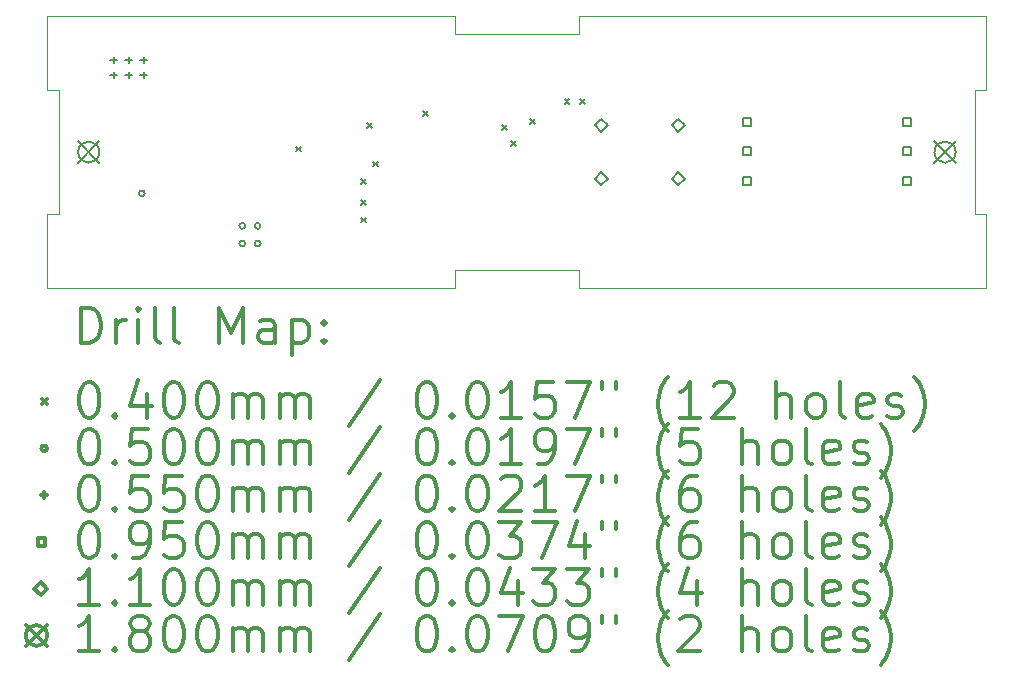
<source format=gbr>
%FSLAX45Y45*%
G04 Gerber Fmt 4.5, Leading zero omitted, Abs format (unit mm)*
G04 Created by KiCad (PCBNEW (5.1.10)-1) date 2021-10-05 02:57:30*
%MOMM*%
%LPD*%
G01*
G04 APERTURE LIST*
%TA.AperFunction,Profile*%
%ADD10C,0.050000*%
%TD*%
%ADD11C,0.200000*%
%ADD12C,0.300000*%
G04 APERTURE END LIST*
D10*
X20250000Y-7025000D02*
X20250000Y-5975000D01*
X20350000Y-7025000D02*
X20250000Y-7025000D01*
X20350000Y-7650000D02*
X20350000Y-7025000D01*
X20350000Y-5975000D02*
X20250000Y-5975000D01*
X20350000Y-5350000D02*
X20350000Y-5975000D01*
X12500000Y-7025000D02*
X12500000Y-5975000D01*
X12400000Y-7025000D02*
X12500000Y-7025000D01*
X12400000Y-7650000D02*
X12400000Y-7025000D01*
X12400000Y-5975000D02*
X12500000Y-5975000D01*
X12400000Y-5350000D02*
X12400000Y-5975000D01*
X16900000Y-7650000D02*
X20350000Y-7650000D01*
X16900000Y-7500000D02*
X16900000Y-7650000D01*
X15850000Y-7500000D02*
X16900000Y-7500000D01*
X15850000Y-7650000D02*
X15850000Y-7500000D01*
X12400000Y-7650000D02*
X15850000Y-7650000D01*
X16900000Y-5500000D02*
X16900000Y-5350000D01*
X15850000Y-5500000D02*
X16900000Y-5500000D01*
X15850000Y-5350000D02*
X15850000Y-5500000D01*
X12400000Y-5350000D02*
X15850000Y-5350000D01*
X20350000Y-5350000D02*
X16900000Y-5350000D01*
D11*
X14505000Y-6455000D02*
X14545000Y-6495000D01*
X14545000Y-6455000D02*
X14505000Y-6495000D01*
X15055000Y-6730001D02*
X15095000Y-6770001D01*
X15095000Y-6730001D02*
X15055000Y-6770001D01*
X15055000Y-6905000D02*
X15095000Y-6945000D01*
X15095000Y-6905000D02*
X15055000Y-6945000D01*
X15055000Y-7055000D02*
X15095000Y-7095000D01*
X15095000Y-7055000D02*
X15055000Y-7095000D01*
X15105000Y-6255000D02*
X15145000Y-6295000D01*
X15145000Y-6255000D02*
X15105000Y-6295000D01*
X15155000Y-6580001D02*
X15195000Y-6620001D01*
X15195000Y-6580001D02*
X15155000Y-6620001D01*
X15580000Y-6155000D02*
X15620000Y-6195000D01*
X15620000Y-6155000D02*
X15580000Y-6195000D01*
X16247500Y-6272500D02*
X16287500Y-6312500D01*
X16287500Y-6272500D02*
X16247500Y-6312500D01*
X16324999Y-6405000D02*
X16364999Y-6445000D01*
X16364999Y-6405000D02*
X16324999Y-6445000D01*
X16490000Y-6219999D02*
X16530000Y-6259999D01*
X16530000Y-6219999D02*
X16490000Y-6259999D01*
X16780000Y-6050000D02*
X16820000Y-6090000D01*
X16820000Y-6050000D02*
X16780000Y-6090000D01*
X16910000Y-6050000D02*
X16950000Y-6090000D01*
X16950000Y-6050000D02*
X16910000Y-6090000D01*
X13225000Y-6850001D02*
G75*
G03*
X13225000Y-6850001I-25000J0D01*
G01*
X14075000Y-7125000D02*
G75*
G03*
X14075000Y-7125000I-25000J0D01*
G01*
X14075000Y-7275000D02*
G75*
G03*
X14075000Y-7275000I-25000J0D01*
G01*
X14205000Y-7125000D02*
G75*
G03*
X14205000Y-7125000I-25000J0D01*
G01*
X14205000Y-7275000D02*
G75*
G03*
X14205000Y-7275000I-25000J0D01*
G01*
X12960000Y-5692500D02*
X12960000Y-5747500D01*
X12932500Y-5720000D02*
X12987500Y-5720000D01*
X12960000Y-5819500D02*
X12960000Y-5874500D01*
X12932500Y-5847000D02*
X12987500Y-5847000D01*
X13087000Y-5692500D02*
X13087000Y-5747500D01*
X13059500Y-5720000D02*
X13114500Y-5720000D01*
X13087000Y-5819500D02*
X13087000Y-5874500D01*
X13059500Y-5847000D02*
X13114500Y-5847000D01*
X13214000Y-5692500D02*
X13214000Y-5747500D01*
X13186500Y-5720000D02*
X13241500Y-5720000D01*
X13214000Y-5819500D02*
X13214000Y-5874500D01*
X13186500Y-5847000D02*
X13241500Y-5847000D01*
X18357588Y-6278588D02*
X18357588Y-6211412D01*
X18290412Y-6211412D01*
X18290412Y-6278588D01*
X18357588Y-6278588D01*
X18357588Y-6528588D02*
X18357588Y-6461412D01*
X18290412Y-6461412D01*
X18290412Y-6528588D01*
X18357588Y-6528588D01*
X18357588Y-6778588D02*
X18357588Y-6711412D01*
X18290412Y-6711412D01*
X18290412Y-6778588D01*
X18357588Y-6778588D01*
X19707588Y-6278588D02*
X19707588Y-6211412D01*
X19640412Y-6211412D01*
X19640412Y-6278588D01*
X19707588Y-6278588D01*
X19707588Y-6528588D02*
X19707588Y-6461412D01*
X19640412Y-6461412D01*
X19640412Y-6528588D01*
X19707588Y-6528588D01*
X19707588Y-6778588D02*
X19707588Y-6711412D01*
X19640412Y-6711412D01*
X19640412Y-6778588D01*
X19707588Y-6778588D01*
X17090000Y-6330000D02*
X17145000Y-6275000D01*
X17090000Y-6220000D01*
X17035000Y-6275000D01*
X17090000Y-6330000D01*
X17090000Y-6780000D02*
X17145000Y-6725000D01*
X17090000Y-6670000D01*
X17035000Y-6725000D01*
X17090000Y-6780000D01*
X17740000Y-6330000D02*
X17795000Y-6275000D01*
X17740000Y-6220000D01*
X17685000Y-6275000D01*
X17740000Y-6330000D01*
X17740000Y-6780000D02*
X17795000Y-6725000D01*
X17740000Y-6670000D01*
X17685000Y-6725000D01*
X17740000Y-6780000D01*
X12660000Y-6410000D02*
X12840000Y-6590000D01*
X12840000Y-6410000D02*
X12660000Y-6590000D01*
X12840000Y-6500000D02*
G75*
G03*
X12840000Y-6500000I-90000J0D01*
G01*
X19910000Y-6410000D02*
X20090000Y-6590000D01*
X20090000Y-6410000D02*
X19910000Y-6590000D01*
X20090000Y-6500000D02*
G75*
G03*
X20090000Y-6500000I-90000J0D01*
G01*
D12*
X12683928Y-8118214D02*
X12683928Y-7818214D01*
X12755357Y-7818214D01*
X12798214Y-7832500D01*
X12826786Y-7861071D01*
X12841071Y-7889643D01*
X12855357Y-7946786D01*
X12855357Y-7989643D01*
X12841071Y-8046786D01*
X12826786Y-8075357D01*
X12798214Y-8103929D01*
X12755357Y-8118214D01*
X12683928Y-8118214D01*
X12983928Y-8118214D02*
X12983928Y-7918214D01*
X12983928Y-7975357D02*
X12998214Y-7946786D01*
X13012500Y-7932500D01*
X13041071Y-7918214D01*
X13069643Y-7918214D01*
X13169643Y-8118214D02*
X13169643Y-7918214D01*
X13169643Y-7818214D02*
X13155357Y-7832500D01*
X13169643Y-7846786D01*
X13183928Y-7832500D01*
X13169643Y-7818214D01*
X13169643Y-7846786D01*
X13355357Y-8118214D02*
X13326786Y-8103929D01*
X13312500Y-8075357D01*
X13312500Y-7818214D01*
X13512500Y-8118214D02*
X13483928Y-8103929D01*
X13469643Y-8075357D01*
X13469643Y-7818214D01*
X13855357Y-8118214D02*
X13855357Y-7818214D01*
X13955357Y-8032500D01*
X14055357Y-7818214D01*
X14055357Y-8118214D01*
X14326786Y-8118214D02*
X14326786Y-7961071D01*
X14312500Y-7932500D01*
X14283928Y-7918214D01*
X14226786Y-7918214D01*
X14198214Y-7932500D01*
X14326786Y-8103929D02*
X14298214Y-8118214D01*
X14226786Y-8118214D01*
X14198214Y-8103929D01*
X14183928Y-8075357D01*
X14183928Y-8046786D01*
X14198214Y-8018214D01*
X14226786Y-8003929D01*
X14298214Y-8003929D01*
X14326786Y-7989643D01*
X14469643Y-7918214D02*
X14469643Y-8218214D01*
X14469643Y-7932500D02*
X14498214Y-7918214D01*
X14555357Y-7918214D01*
X14583928Y-7932500D01*
X14598214Y-7946786D01*
X14612500Y-7975357D01*
X14612500Y-8061071D01*
X14598214Y-8089643D01*
X14583928Y-8103929D01*
X14555357Y-8118214D01*
X14498214Y-8118214D01*
X14469643Y-8103929D01*
X14741071Y-8089643D02*
X14755357Y-8103929D01*
X14741071Y-8118214D01*
X14726786Y-8103929D01*
X14741071Y-8089643D01*
X14741071Y-8118214D01*
X14741071Y-7932500D02*
X14755357Y-7946786D01*
X14741071Y-7961071D01*
X14726786Y-7946786D01*
X14741071Y-7932500D01*
X14741071Y-7961071D01*
X12357500Y-8592500D02*
X12397500Y-8632500D01*
X12397500Y-8592500D02*
X12357500Y-8632500D01*
X12741071Y-8448214D02*
X12769643Y-8448214D01*
X12798214Y-8462500D01*
X12812500Y-8476786D01*
X12826786Y-8505357D01*
X12841071Y-8562500D01*
X12841071Y-8633929D01*
X12826786Y-8691072D01*
X12812500Y-8719643D01*
X12798214Y-8733929D01*
X12769643Y-8748214D01*
X12741071Y-8748214D01*
X12712500Y-8733929D01*
X12698214Y-8719643D01*
X12683928Y-8691072D01*
X12669643Y-8633929D01*
X12669643Y-8562500D01*
X12683928Y-8505357D01*
X12698214Y-8476786D01*
X12712500Y-8462500D01*
X12741071Y-8448214D01*
X12969643Y-8719643D02*
X12983928Y-8733929D01*
X12969643Y-8748214D01*
X12955357Y-8733929D01*
X12969643Y-8719643D01*
X12969643Y-8748214D01*
X13241071Y-8548214D02*
X13241071Y-8748214D01*
X13169643Y-8433929D02*
X13098214Y-8648214D01*
X13283928Y-8648214D01*
X13455357Y-8448214D02*
X13483928Y-8448214D01*
X13512500Y-8462500D01*
X13526786Y-8476786D01*
X13541071Y-8505357D01*
X13555357Y-8562500D01*
X13555357Y-8633929D01*
X13541071Y-8691072D01*
X13526786Y-8719643D01*
X13512500Y-8733929D01*
X13483928Y-8748214D01*
X13455357Y-8748214D01*
X13426786Y-8733929D01*
X13412500Y-8719643D01*
X13398214Y-8691072D01*
X13383928Y-8633929D01*
X13383928Y-8562500D01*
X13398214Y-8505357D01*
X13412500Y-8476786D01*
X13426786Y-8462500D01*
X13455357Y-8448214D01*
X13741071Y-8448214D02*
X13769643Y-8448214D01*
X13798214Y-8462500D01*
X13812500Y-8476786D01*
X13826786Y-8505357D01*
X13841071Y-8562500D01*
X13841071Y-8633929D01*
X13826786Y-8691072D01*
X13812500Y-8719643D01*
X13798214Y-8733929D01*
X13769643Y-8748214D01*
X13741071Y-8748214D01*
X13712500Y-8733929D01*
X13698214Y-8719643D01*
X13683928Y-8691072D01*
X13669643Y-8633929D01*
X13669643Y-8562500D01*
X13683928Y-8505357D01*
X13698214Y-8476786D01*
X13712500Y-8462500D01*
X13741071Y-8448214D01*
X13969643Y-8748214D02*
X13969643Y-8548214D01*
X13969643Y-8576786D02*
X13983928Y-8562500D01*
X14012500Y-8548214D01*
X14055357Y-8548214D01*
X14083928Y-8562500D01*
X14098214Y-8591072D01*
X14098214Y-8748214D01*
X14098214Y-8591072D02*
X14112500Y-8562500D01*
X14141071Y-8548214D01*
X14183928Y-8548214D01*
X14212500Y-8562500D01*
X14226786Y-8591072D01*
X14226786Y-8748214D01*
X14369643Y-8748214D02*
X14369643Y-8548214D01*
X14369643Y-8576786D02*
X14383928Y-8562500D01*
X14412500Y-8548214D01*
X14455357Y-8548214D01*
X14483928Y-8562500D01*
X14498214Y-8591072D01*
X14498214Y-8748214D01*
X14498214Y-8591072D02*
X14512500Y-8562500D01*
X14541071Y-8548214D01*
X14583928Y-8548214D01*
X14612500Y-8562500D01*
X14626786Y-8591072D01*
X14626786Y-8748214D01*
X15212500Y-8433929D02*
X14955357Y-8819643D01*
X15598214Y-8448214D02*
X15626786Y-8448214D01*
X15655357Y-8462500D01*
X15669643Y-8476786D01*
X15683928Y-8505357D01*
X15698214Y-8562500D01*
X15698214Y-8633929D01*
X15683928Y-8691072D01*
X15669643Y-8719643D01*
X15655357Y-8733929D01*
X15626786Y-8748214D01*
X15598214Y-8748214D01*
X15569643Y-8733929D01*
X15555357Y-8719643D01*
X15541071Y-8691072D01*
X15526786Y-8633929D01*
X15526786Y-8562500D01*
X15541071Y-8505357D01*
X15555357Y-8476786D01*
X15569643Y-8462500D01*
X15598214Y-8448214D01*
X15826786Y-8719643D02*
X15841071Y-8733929D01*
X15826786Y-8748214D01*
X15812500Y-8733929D01*
X15826786Y-8719643D01*
X15826786Y-8748214D01*
X16026786Y-8448214D02*
X16055357Y-8448214D01*
X16083928Y-8462500D01*
X16098214Y-8476786D01*
X16112500Y-8505357D01*
X16126786Y-8562500D01*
X16126786Y-8633929D01*
X16112500Y-8691072D01*
X16098214Y-8719643D01*
X16083928Y-8733929D01*
X16055357Y-8748214D01*
X16026786Y-8748214D01*
X15998214Y-8733929D01*
X15983928Y-8719643D01*
X15969643Y-8691072D01*
X15955357Y-8633929D01*
X15955357Y-8562500D01*
X15969643Y-8505357D01*
X15983928Y-8476786D01*
X15998214Y-8462500D01*
X16026786Y-8448214D01*
X16412500Y-8748214D02*
X16241071Y-8748214D01*
X16326786Y-8748214D02*
X16326786Y-8448214D01*
X16298214Y-8491072D01*
X16269643Y-8519643D01*
X16241071Y-8533929D01*
X16683928Y-8448214D02*
X16541071Y-8448214D01*
X16526786Y-8591072D01*
X16541071Y-8576786D01*
X16569643Y-8562500D01*
X16641071Y-8562500D01*
X16669643Y-8576786D01*
X16683928Y-8591072D01*
X16698214Y-8619643D01*
X16698214Y-8691072D01*
X16683928Y-8719643D01*
X16669643Y-8733929D01*
X16641071Y-8748214D01*
X16569643Y-8748214D01*
X16541071Y-8733929D01*
X16526786Y-8719643D01*
X16798214Y-8448214D02*
X16998214Y-8448214D01*
X16869643Y-8748214D01*
X17098214Y-8448214D02*
X17098214Y-8505357D01*
X17212500Y-8448214D02*
X17212500Y-8505357D01*
X17655357Y-8862500D02*
X17641071Y-8848214D01*
X17612500Y-8805357D01*
X17598214Y-8776786D01*
X17583928Y-8733929D01*
X17569643Y-8662500D01*
X17569643Y-8605357D01*
X17583928Y-8533929D01*
X17598214Y-8491072D01*
X17612500Y-8462500D01*
X17641071Y-8419643D01*
X17655357Y-8405357D01*
X17926786Y-8748214D02*
X17755357Y-8748214D01*
X17841071Y-8748214D02*
X17841071Y-8448214D01*
X17812500Y-8491072D01*
X17783928Y-8519643D01*
X17755357Y-8533929D01*
X18041071Y-8476786D02*
X18055357Y-8462500D01*
X18083928Y-8448214D01*
X18155357Y-8448214D01*
X18183928Y-8462500D01*
X18198214Y-8476786D01*
X18212500Y-8505357D01*
X18212500Y-8533929D01*
X18198214Y-8576786D01*
X18026786Y-8748214D01*
X18212500Y-8748214D01*
X18569643Y-8748214D02*
X18569643Y-8448214D01*
X18698214Y-8748214D02*
X18698214Y-8591072D01*
X18683928Y-8562500D01*
X18655357Y-8548214D01*
X18612500Y-8548214D01*
X18583928Y-8562500D01*
X18569643Y-8576786D01*
X18883928Y-8748214D02*
X18855357Y-8733929D01*
X18841071Y-8719643D01*
X18826786Y-8691072D01*
X18826786Y-8605357D01*
X18841071Y-8576786D01*
X18855357Y-8562500D01*
X18883928Y-8548214D01*
X18926786Y-8548214D01*
X18955357Y-8562500D01*
X18969643Y-8576786D01*
X18983928Y-8605357D01*
X18983928Y-8691072D01*
X18969643Y-8719643D01*
X18955357Y-8733929D01*
X18926786Y-8748214D01*
X18883928Y-8748214D01*
X19155357Y-8748214D02*
X19126786Y-8733929D01*
X19112500Y-8705357D01*
X19112500Y-8448214D01*
X19383928Y-8733929D02*
X19355357Y-8748214D01*
X19298214Y-8748214D01*
X19269643Y-8733929D01*
X19255357Y-8705357D01*
X19255357Y-8591072D01*
X19269643Y-8562500D01*
X19298214Y-8548214D01*
X19355357Y-8548214D01*
X19383928Y-8562500D01*
X19398214Y-8591072D01*
X19398214Y-8619643D01*
X19255357Y-8648214D01*
X19512500Y-8733929D02*
X19541071Y-8748214D01*
X19598214Y-8748214D01*
X19626786Y-8733929D01*
X19641071Y-8705357D01*
X19641071Y-8691072D01*
X19626786Y-8662500D01*
X19598214Y-8648214D01*
X19555357Y-8648214D01*
X19526786Y-8633929D01*
X19512500Y-8605357D01*
X19512500Y-8591072D01*
X19526786Y-8562500D01*
X19555357Y-8548214D01*
X19598214Y-8548214D01*
X19626786Y-8562500D01*
X19741071Y-8862500D02*
X19755357Y-8848214D01*
X19783928Y-8805357D01*
X19798214Y-8776786D01*
X19812500Y-8733929D01*
X19826786Y-8662500D01*
X19826786Y-8605357D01*
X19812500Y-8533929D01*
X19798214Y-8491072D01*
X19783928Y-8462500D01*
X19755357Y-8419643D01*
X19741071Y-8405357D01*
X12397500Y-9008500D02*
G75*
G03*
X12397500Y-9008500I-25000J0D01*
G01*
X12741071Y-8844214D02*
X12769643Y-8844214D01*
X12798214Y-8858500D01*
X12812500Y-8872786D01*
X12826786Y-8901357D01*
X12841071Y-8958500D01*
X12841071Y-9029929D01*
X12826786Y-9087072D01*
X12812500Y-9115643D01*
X12798214Y-9129929D01*
X12769643Y-9144214D01*
X12741071Y-9144214D01*
X12712500Y-9129929D01*
X12698214Y-9115643D01*
X12683928Y-9087072D01*
X12669643Y-9029929D01*
X12669643Y-8958500D01*
X12683928Y-8901357D01*
X12698214Y-8872786D01*
X12712500Y-8858500D01*
X12741071Y-8844214D01*
X12969643Y-9115643D02*
X12983928Y-9129929D01*
X12969643Y-9144214D01*
X12955357Y-9129929D01*
X12969643Y-9115643D01*
X12969643Y-9144214D01*
X13255357Y-8844214D02*
X13112500Y-8844214D01*
X13098214Y-8987072D01*
X13112500Y-8972786D01*
X13141071Y-8958500D01*
X13212500Y-8958500D01*
X13241071Y-8972786D01*
X13255357Y-8987072D01*
X13269643Y-9015643D01*
X13269643Y-9087072D01*
X13255357Y-9115643D01*
X13241071Y-9129929D01*
X13212500Y-9144214D01*
X13141071Y-9144214D01*
X13112500Y-9129929D01*
X13098214Y-9115643D01*
X13455357Y-8844214D02*
X13483928Y-8844214D01*
X13512500Y-8858500D01*
X13526786Y-8872786D01*
X13541071Y-8901357D01*
X13555357Y-8958500D01*
X13555357Y-9029929D01*
X13541071Y-9087072D01*
X13526786Y-9115643D01*
X13512500Y-9129929D01*
X13483928Y-9144214D01*
X13455357Y-9144214D01*
X13426786Y-9129929D01*
X13412500Y-9115643D01*
X13398214Y-9087072D01*
X13383928Y-9029929D01*
X13383928Y-8958500D01*
X13398214Y-8901357D01*
X13412500Y-8872786D01*
X13426786Y-8858500D01*
X13455357Y-8844214D01*
X13741071Y-8844214D02*
X13769643Y-8844214D01*
X13798214Y-8858500D01*
X13812500Y-8872786D01*
X13826786Y-8901357D01*
X13841071Y-8958500D01*
X13841071Y-9029929D01*
X13826786Y-9087072D01*
X13812500Y-9115643D01*
X13798214Y-9129929D01*
X13769643Y-9144214D01*
X13741071Y-9144214D01*
X13712500Y-9129929D01*
X13698214Y-9115643D01*
X13683928Y-9087072D01*
X13669643Y-9029929D01*
X13669643Y-8958500D01*
X13683928Y-8901357D01*
X13698214Y-8872786D01*
X13712500Y-8858500D01*
X13741071Y-8844214D01*
X13969643Y-9144214D02*
X13969643Y-8944214D01*
X13969643Y-8972786D02*
X13983928Y-8958500D01*
X14012500Y-8944214D01*
X14055357Y-8944214D01*
X14083928Y-8958500D01*
X14098214Y-8987072D01*
X14098214Y-9144214D01*
X14098214Y-8987072D02*
X14112500Y-8958500D01*
X14141071Y-8944214D01*
X14183928Y-8944214D01*
X14212500Y-8958500D01*
X14226786Y-8987072D01*
X14226786Y-9144214D01*
X14369643Y-9144214D02*
X14369643Y-8944214D01*
X14369643Y-8972786D02*
X14383928Y-8958500D01*
X14412500Y-8944214D01*
X14455357Y-8944214D01*
X14483928Y-8958500D01*
X14498214Y-8987072D01*
X14498214Y-9144214D01*
X14498214Y-8987072D02*
X14512500Y-8958500D01*
X14541071Y-8944214D01*
X14583928Y-8944214D01*
X14612500Y-8958500D01*
X14626786Y-8987072D01*
X14626786Y-9144214D01*
X15212500Y-8829929D02*
X14955357Y-9215643D01*
X15598214Y-8844214D02*
X15626786Y-8844214D01*
X15655357Y-8858500D01*
X15669643Y-8872786D01*
X15683928Y-8901357D01*
X15698214Y-8958500D01*
X15698214Y-9029929D01*
X15683928Y-9087072D01*
X15669643Y-9115643D01*
X15655357Y-9129929D01*
X15626786Y-9144214D01*
X15598214Y-9144214D01*
X15569643Y-9129929D01*
X15555357Y-9115643D01*
X15541071Y-9087072D01*
X15526786Y-9029929D01*
X15526786Y-8958500D01*
X15541071Y-8901357D01*
X15555357Y-8872786D01*
X15569643Y-8858500D01*
X15598214Y-8844214D01*
X15826786Y-9115643D02*
X15841071Y-9129929D01*
X15826786Y-9144214D01*
X15812500Y-9129929D01*
X15826786Y-9115643D01*
X15826786Y-9144214D01*
X16026786Y-8844214D02*
X16055357Y-8844214D01*
X16083928Y-8858500D01*
X16098214Y-8872786D01*
X16112500Y-8901357D01*
X16126786Y-8958500D01*
X16126786Y-9029929D01*
X16112500Y-9087072D01*
X16098214Y-9115643D01*
X16083928Y-9129929D01*
X16055357Y-9144214D01*
X16026786Y-9144214D01*
X15998214Y-9129929D01*
X15983928Y-9115643D01*
X15969643Y-9087072D01*
X15955357Y-9029929D01*
X15955357Y-8958500D01*
X15969643Y-8901357D01*
X15983928Y-8872786D01*
X15998214Y-8858500D01*
X16026786Y-8844214D01*
X16412500Y-9144214D02*
X16241071Y-9144214D01*
X16326786Y-9144214D02*
X16326786Y-8844214D01*
X16298214Y-8887072D01*
X16269643Y-8915643D01*
X16241071Y-8929929D01*
X16555357Y-9144214D02*
X16612500Y-9144214D01*
X16641071Y-9129929D01*
X16655357Y-9115643D01*
X16683928Y-9072786D01*
X16698214Y-9015643D01*
X16698214Y-8901357D01*
X16683928Y-8872786D01*
X16669643Y-8858500D01*
X16641071Y-8844214D01*
X16583928Y-8844214D01*
X16555357Y-8858500D01*
X16541071Y-8872786D01*
X16526786Y-8901357D01*
X16526786Y-8972786D01*
X16541071Y-9001357D01*
X16555357Y-9015643D01*
X16583928Y-9029929D01*
X16641071Y-9029929D01*
X16669643Y-9015643D01*
X16683928Y-9001357D01*
X16698214Y-8972786D01*
X16798214Y-8844214D02*
X16998214Y-8844214D01*
X16869643Y-9144214D01*
X17098214Y-8844214D02*
X17098214Y-8901357D01*
X17212500Y-8844214D02*
X17212500Y-8901357D01*
X17655357Y-9258500D02*
X17641071Y-9244214D01*
X17612500Y-9201357D01*
X17598214Y-9172786D01*
X17583928Y-9129929D01*
X17569643Y-9058500D01*
X17569643Y-9001357D01*
X17583928Y-8929929D01*
X17598214Y-8887072D01*
X17612500Y-8858500D01*
X17641071Y-8815643D01*
X17655357Y-8801357D01*
X17912500Y-8844214D02*
X17769643Y-8844214D01*
X17755357Y-8987072D01*
X17769643Y-8972786D01*
X17798214Y-8958500D01*
X17869643Y-8958500D01*
X17898214Y-8972786D01*
X17912500Y-8987072D01*
X17926786Y-9015643D01*
X17926786Y-9087072D01*
X17912500Y-9115643D01*
X17898214Y-9129929D01*
X17869643Y-9144214D01*
X17798214Y-9144214D01*
X17769643Y-9129929D01*
X17755357Y-9115643D01*
X18283928Y-9144214D02*
X18283928Y-8844214D01*
X18412500Y-9144214D02*
X18412500Y-8987072D01*
X18398214Y-8958500D01*
X18369643Y-8944214D01*
X18326786Y-8944214D01*
X18298214Y-8958500D01*
X18283928Y-8972786D01*
X18598214Y-9144214D02*
X18569643Y-9129929D01*
X18555357Y-9115643D01*
X18541071Y-9087072D01*
X18541071Y-9001357D01*
X18555357Y-8972786D01*
X18569643Y-8958500D01*
X18598214Y-8944214D01*
X18641071Y-8944214D01*
X18669643Y-8958500D01*
X18683928Y-8972786D01*
X18698214Y-9001357D01*
X18698214Y-9087072D01*
X18683928Y-9115643D01*
X18669643Y-9129929D01*
X18641071Y-9144214D01*
X18598214Y-9144214D01*
X18869643Y-9144214D02*
X18841071Y-9129929D01*
X18826786Y-9101357D01*
X18826786Y-8844214D01*
X19098214Y-9129929D02*
X19069643Y-9144214D01*
X19012500Y-9144214D01*
X18983928Y-9129929D01*
X18969643Y-9101357D01*
X18969643Y-8987072D01*
X18983928Y-8958500D01*
X19012500Y-8944214D01*
X19069643Y-8944214D01*
X19098214Y-8958500D01*
X19112500Y-8987072D01*
X19112500Y-9015643D01*
X18969643Y-9044214D01*
X19226786Y-9129929D02*
X19255357Y-9144214D01*
X19312500Y-9144214D01*
X19341071Y-9129929D01*
X19355357Y-9101357D01*
X19355357Y-9087072D01*
X19341071Y-9058500D01*
X19312500Y-9044214D01*
X19269643Y-9044214D01*
X19241071Y-9029929D01*
X19226786Y-9001357D01*
X19226786Y-8987072D01*
X19241071Y-8958500D01*
X19269643Y-8944214D01*
X19312500Y-8944214D01*
X19341071Y-8958500D01*
X19455357Y-9258500D02*
X19469643Y-9244214D01*
X19498214Y-9201357D01*
X19512500Y-9172786D01*
X19526786Y-9129929D01*
X19541071Y-9058500D01*
X19541071Y-9001357D01*
X19526786Y-8929929D01*
X19512500Y-8887072D01*
X19498214Y-8858500D01*
X19469643Y-8815643D01*
X19455357Y-8801357D01*
X12370000Y-9377000D02*
X12370000Y-9432000D01*
X12342500Y-9404500D02*
X12397500Y-9404500D01*
X12741071Y-9240214D02*
X12769643Y-9240214D01*
X12798214Y-9254500D01*
X12812500Y-9268786D01*
X12826786Y-9297357D01*
X12841071Y-9354500D01*
X12841071Y-9425929D01*
X12826786Y-9483072D01*
X12812500Y-9511643D01*
X12798214Y-9525929D01*
X12769643Y-9540214D01*
X12741071Y-9540214D01*
X12712500Y-9525929D01*
X12698214Y-9511643D01*
X12683928Y-9483072D01*
X12669643Y-9425929D01*
X12669643Y-9354500D01*
X12683928Y-9297357D01*
X12698214Y-9268786D01*
X12712500Y-9254500D01*
X12741071Y-9240214D01*
X12969643Y-9511643D02*
X12983928Y-9525929D01*
X12969643Y-9540214D01*
X12955357Y-9525929D01*
X12969643Y-9511643D01*
X12969643Y-9540214D01*
X13255357Y-9240214D02*
X13112500Y-9240214D01*
X13098214Y-9383072D01*
X13112500Y-9368786D01*
X13141071Y-9354500D01*
X13212500Y-9354500D01*
X13241071Y-9368786D01*
X13255357Y-9383072D01*
X13269643Y-9411643D01*
X13269643Y-9483072D01*
X13255357Y-9511643D01*
X13241071Y-9525929D01*
X13212500Y-9540214D01*
X13141071Y-9540214D01*
X13112500Y-9525929D01*
X13098214Y-9511643D01*
X13541071Y-9240214D02*
X13398214Y-9240214D01*
X13383928Y-9383072D01*
X13398214Y-9368786D01*
X13426786Y-9354500D01*
X13498214Y-9354500D01*
X13526786Y-9368786D01*
X13541071Y-9383072D01*
X13555357Y-9411643D01*
X13555357Y-9483072D01*
X13541071Y-9511643D01*
X13526786Y-9525929D01*
X13498214Y-9540214D01*
X13426786Y-9540214D01*
X13398214Y-9525929D01*
X13383928Y-9511643D01*
X13741071Y-9240214D02*
X13769643Y-9240214D01*
X13798214Y-9254500D01*
X13812500Y-9268786D01*
X13826786Y-9297357D01*
X13841071Y-9354500D01*
X13841071Y-9425929D01*
X13826786Y-9483072D01*
X13812500Y-9511643D01*
X13798214Y-9525929D01*
X13769643Y-9540214D01*
X13741071Y-9540214D01*
X13712500Y-9525929D01*
X13698214Y-9511643D01*
X13683928Y-9483072D01*
X13669643Y-9425929D01*
X13669643Y-9354500D01*
X13683928Y-9297357D01*
X13698214Y-9268786D01*
X13712500Y-9254500D01*
X13741071Y-9240214D01*
X13969643Y-9540214D02*
X13969643Y-9340214D01*
X13969643Y-9368786D02*
X13983928Y-9354500D01*
X14012500Y-9340214D01*
X14055357Y-9340214D01*
X14083928Y-9354500D01*
X14098214Y-9383072D01*
X14098214Y-9540214D01*
X14098214Y-9383072D02*
X14112500Y-9354500D01*
X14141071Y-9340214D01*
X14183928Y-9340214D01*
X14212500Y-9354500D01*
X14226786Y-9383072D01*
X14226786Y-9540214D01*
X14369643Y-9540214D02*
X14369643Y-9340214D01*
X14369643Y-9368786D02*
X14383928Y-9354500D01*
X14412500Y-9340214D01*
X14455357Y-9340214D01*
X14483928Y-9354500D01*
X14498214Y-9383072D01*
X14498214Y-9540214D01*
X14498214Y-9383072D02*
X14512500Y-9354500D01*
X14541071Y-9340214D01*
X14583928Y-9340214D01*
X14612500Y-9354500D01*
X14626786Y-9383072D01*
X14626786Y-9540214D01*
X15212500Y-9225929D02*
X14955357Y-9611643D01*
X15598214Y-9240214D02*
X15626786Y-9240214D01*
X15655357Y-9254500D01*
X15669643Y-9268786D01*
X15683928Y-9297357D01*
X15698214Y-9354500D01*
X15698214Y-9425929D01*
X15683928Y-9483072D01*
X15669643Y-9511643D01*
X15655357Y-9525929D01*
X15626786Y-9540214D01*
X15598214Y-9540214D01*
X15569643Y-9525929D01*
X15555357Y-9511643D01*
X15541071Y-9483072D01*
X15526786Y-9425929D01*
X15526786Y-9354500D01*
X15541071Y-9297357D01*
X15555357Y-9268786D01*
X15569643Y-9254500D01*
X15598214Y-9240214D01*
X15826786Y-9511643D02*
X15841071Y-9525929D01*
X15826786Y-9540214D01*
X15812500Y-9525929D01*
X15826786Y-9511643D01*
X15826786Y-9540214D01*
X16026786Y-9240214D02*
X16055357Y-9240214D01*
X16083928Y-9254500D01*
X16098214Y-9268786D01*
X16112500Y-9297357D01*
X16126786Y-9354500D01*
X16126786Y-9425929D01*
X16112500Y-9483072D01*
X16098214Y-9511643D01*
X16083928Y-9525929D01*
X16055357Y-9540214D01*
X16026786Y-9540214D01*
X15998214Y-9525929D01*
X15983928Y-9511643D01*
X15969643Y-9483072D01*
X15955357Y-9425929D01*
X15955357Y-9354500D01*
X15969643Y-9297357D01*
X15983928Y-9268786D01*
X15998214Y-9254500D01*
X16026786Y-9240214D01*
X16241071Y-9268786D02*
X16255357Y-9254500D01*
X16283928Y-9240214D01*
X16355357Y-9240214D01*
X16383928Y-9254500D01*
X16398214Y-9268786D01*
X16412500Y-9297357D01*
X16412500Y-9325929D01*
X16398214Y-9368786D01*
X16226786Y-9540214D01*
X16412500Y-9540214D01*
X16698214Y-9540214D02*
X16526786Y-9540214D01*
X16612500Y-9540214D02*
X16612500Y-9240214D01*
X16583928Y-9283072D01*
X16555357Y-9311643D01*
X16526786Y-9325929D01*
X16798214Y-9240214D02*
X16998214Y-9240214D01*
X16869643Y-9540214D01*
X17098214Y-9240214D02*
X17098214Y-9297357D01*
X17212500Y-9240214D02*
X17212500Y-9297357D01*
X17655357Y-9654500D02*
X17641071Y-9640214D01*
X17612500Y-9597357D01*
X17598214Y-9568786D01*
X17583928Y-9525929D01*
X17569643Y-9454500D01*
X17569643Y-9397357D01*
X17583928Y-9325929D01*
X17598214Y-9283072D01*
X17612500Y-9254500D01*
X17641071Y-9211643D01*
X17655357Y-9197357D01*
X17898214Y-9240214D02*
X17841071Y-9240214D01*
X17812500Y-9254500D01*
X17798214Y-9268786D01*
X17769643Y-9311643D01*
X17755357Y-9368786D01*
X17755357Y-9483072D01*
X17769643Y-9511643D01*
X17783928Y-9525929D01*
X17812500Y-9540214D01*
X17869643Y-9540214D01*
X17898214Y-9525929D01*
X17912500Y-9511643D01*
X17926786Y-9483072D01*
X17926786Y-9411643D01*
X17912500Y-9383072D01*
X17898214Y-9368786D01*
X17869643Y-9354500D01*
X17812500Y-9354500D01*
X17783928Y-9368786D01*
X17769643Y-9383072D01*
X17755357Y-9411643D01*
X18283928Y-9540214D02*
X18283928Y-9240214D01*
X18412500Y-9540214D02*
X18412500Y-9383072D01*
X18398214Y-9354500D01*
X18369643Y-9340214D01*
X18326786Y-9340214D01*
X18298214Y-9354500D01*
X18283928Y-9368786D01*
X18598214Y-9540214D02*
X18569643Y-9525929D01*
X18555357Y-9511643D01*
X18541071Y-9483072D01*
X18541071Y-9397357D01*
X18555357Y-9368786D01*
X18569643Y-9354500D01*
X18598214Y-9340214D01*
X18641071Y-9340214D01*
X18669643Y-9354500D01*
X18683928Y-9368786D01*
X18698214Y-9397357D01*
X18698214Y-9483072D01*
X18683928Y-9511643D01*
X18669643Y-9525929D01*
X18641071Y-9540214D01*
X18598214Y-9540214D01*
X18869643Y-9540214D02*
X18841071Y-9525929D01*
X18826786Y-9497357D01*
X18826786Y-9240214D01*
X19098214Y-9525929D02*
X19069643Y-9540214D01*
X19012500Y-9540214D01*
X18983928Y-9525929D01*
X18969643Y-9497357D01*
X18969643Y-9383072D01*
X18983928Y-9354500D01*
X19012500Y-9340214D01*
X19069643Y-9340214D01*
X19098214Y-9354500D01*
X19112500Y-9383072D01*
X19112500Y-9411643D01*
X18969643Y-9440214D01*
X19226786Y-9525929D02*
X19255357Y-9540214D01*
X19312500Y-9540214D01*
X19341071Y-9525929D01*
X19355357Y-9497357D01*
X19355357Y-9483072D01*
X19341071Y-9454500D01*
X19312500Y-9440214D01*
X19269643Y-9440214D01*
X19241071Y-9425929D01*
X19226786Y-9397357D01*
X19226786Y-9383072D01*
X19241071Y-9354500D01*
X19269643Y-9340214D01*
X19312500Y-9340214D01*
X19341071Y-9354500D01*
X19455357Y-9654500D02*
X19469643Y-9640214D01*
X19498214Y-9597357D01*
X19512500Y-9568786D01*
X19526786Y-9525929D01*
X19541071Y-9454500D01*
X19541071Y-9397357D01*
X19526786Y-9325929D01*
X19512500Y-9283072D01*
X19498214Y-9254500D01*
X19469643Y-9211643D01*
X19455357Y-9197357D01*
X12383588Y-9834088D02*
X12383588Y-9766912D01*
X12316412Y-9766912D01*
X12316412Y-9834088D01*
X12383588Y-9834088D01*
X12741071Y-9636214D02*
X12769643Y-9636214D01*
X12798214Y-9650500D01*
X12812500Y-9664786D01*
X12826786Y-9693357D01*
X12841071Y-9750500D01*
X12841071Y-9821929D01*
X12826786Y-9879072D01*
X12812500Y-9907643D01*
X12798214Y-9921929D01*
X12769643Y-9936214D01*
X12741071Y-9936214D01*
X12712500Y-9921929D01*
X12698214Y-9907643D01*
X12683928Y-9879072D01*
X12669643Y-9821929D01*
X12669643Y-9750500D01*
X12683928Y-9693357D01*
X12698214Y-9664786D01*
X12712500Y-9650500D01*
X12741071Y-9636214D01*
X12969643Y-9907643D02*
X12983928Y-9921929D01*
X12969643Y-9936214D01*
X12955357Y-9921929D01*
X12969643Y-9907643D01*
X12969643Y-9936214D01*
X13126786Y-9936214D02*
X13183928Y-9936214D01*
X13212500Y-9921929D01*
X13226786Y-9907643D01*
X13255357Y-9864786D01*
X13269643Y-9807643D01*
X13269643Y-9693357D01*
X13255357Y-9664786D01*
X13241071Y-9650500D01*
X13212500Y-9636214D01*
X13155357Y-9636214D01*
X13126786Y-9650500D01*
X13112500Y-9664786D01*
X13098214Y-9693357D01*
X13098214Y-9764786D01*
X13112500Y-9793357D01*
X13126786Y-9807643D01*
X13155357Y-9821929D01*
X13212500Y-9821929D01*
X13241071Y-9807643D01*
X13255357Y-9793357D01*
X13269643Y-9764786D01*
X13541071Y-9636214D02*
X13398214Y-9636214D01*
X13383928Y-9779072D01*
X13398214Y-9764786D01*
X13426786Y-9750500D01*
X13498214Y-9750500D01*
X13526786Y-9764786D01*
X13541071Y-9779072D01*
X13555357Y-9807643D01*
X13555357Y-9879072D01*
X13541071Y-9907643D01*
X13526786Y-9921929D01*
X13498214Y-9936214D01*
X13426786Y-9936214D01*
X13398214Y-9921929D01*
X13383928Y-9907643D01*
X13741071Y-9636214D02*
X13769643Y-9636214D01*
X13798214Y-9650500D01*
X13812500Y-9664786D01*
X13826786Y-9693357D01*
X13841071Y-9750500D01*
X13841071Y-9821929D01*
X13826786Y-9879072D01*
X13812500Y-9907643D01*
X13798214Y-9921929D01*
X13769643Y-9936214D01*
X13741071Y-9936214D01*
X13712500Y-9921929D01*
X13698214Y-9907643D01*
X13683928Y-9879072D01*
X13669643Y-9821929D01*
X13669643Y-9750500D01*
X13683928Y-9693357D01*
X13698214Y-9664786D01*
X13712500Y-9650500D01*
X13741071Y-9636214D01*
X13969643Y-9936214D02*
X13969643Y-9736214D01*
X13969643Y-9764786D02*
X13983928Y-9750500D01*
X14012500Y-9736214D01*
X14055357Y-9736214D01*
X14083928Y-9750500D01*
X14098214Y-9779072D01*
X14098214Y-9936214D01*
X14098214Y-9779072D02*
X14112500Y-9750500D01*
X14141071Y-9736214D01*
X14183928Y-9736214D01*
X14212500Y-9750500D01*
X14226786Y-9779072D01*
X14226786Y-9936214D01*
X14369643Y-9936214D02*
X14369643Y-9736214D01*
X14369643Y-9764786D02*
X14383928Y-9750500D01*
X14412500Y-9736214D01*
X14455357Y-9736214D01*
X14483928Y-9750500D01*
X14498214Y-9779072D01*
X14498214Y-9936214D01*
X14498214Y-9779072D02*
X14512500Y-9750500D01*
X14541071Y-9736214D01*
X14583928Y-9736214D01*
X14612500Y-9750500D01*
X14626786Y-9779072D01*
X14626786Y-9936214D01*
X15212500Y-9621929D02*
X14955357Y-10007643D01*
X15598214Y-9636214D02*
X15626786Y-9636214D01*
X15655357Y-9650500D01*
X15669643Y-9664786D01*
X15683928Y-9693357D01*
X15698214Y-9750500D01*
X15698214Y-9821929D01*
X15683928Y-9879072D01*
X15669643Y-9907643D01*
X15655357Y-9921929D01*
X15626786Y-9936214D01*
X15598214Y-9936214D01*
X15569643Y-9921929D01*
X15555357Y-9907643D01*
X15541071Y-9879072D01*
X15526786Y-9821929D01*
X15526786Y-9750500D01*
X15541071Y-9693357D01*
X15555357Y-9664786D01*
X15569643Y-9650500D01*
X15598214Y-9636214D01*
X15826786Y-9907643D02*
X15841071Y-9921929D01*
X15826786Y-9936214D01*
X15812500Y-9921929D01*
X15826786Y-9907643D01*
X15826786Y-9936214D01*
X16026786Y-9636214D02*
X16055357Y-9636214D01*
X16083928Y-9650500D01*
X16098214Y-9664786D01*
X16112500Y-9693357D01*
X16126786Y-9750500D01*
X16126786Y-9821929D01*
X16112500Y-9879072D01*
X16098214Y-9907643D01*
X16083928Y-9921929D01*
X16055357Y-9936214D01*
X16026786Y-9936214D01*
X15998214Y-9921929D01*
X15983928Y-9907643D01*
X15969643Y-9879072D01*
X15955357Y-9821929D01*
X15955357Y-9750500D01*
X15969643Y-9693357D01*
X15983928Y-9664786D01*
X15998214Y-9650500D01*
X16026786Y-9636214D01*
X16226786Y-9636214D02*
X16412500Y-9636214D01*
X16312500Y-9750500D01*
X16355357Y-9750500D01*
X16383928Y-9764786D01*
X16398214Y-9779072D01*
X16412500Y-9807643D01*
X16412500Y-9879072D01*
X16398214Y-9907643D01*
X16383928Y-9921929D01*
X16355357Y-9936214D01*
X16269643Y-9936214D01*
X16241071Y-9921929D01*
X16226786Y-9907643D01*
X16512500Y-9636214D02*
X16712500Y-9636214D01*
X16583928Y-9936214D01*
X16955357Y-9736214D02*
X16955357Y-9936214D01*
X16883928Y-9621929D02*
X16812500Y-9836214D01*
X16998214Y-9836214D01*
X17098214Y-9636214D02*
X17098214Y-9693357D01*
X17212500Y-9636214D02*
X17212500Y-9693357D01*
X17655357Y-10050500D02*
X17641071Y-10036214D01*
X17612500Y-9993357D01*
X17598214Y-9964786D01*
X17583928Y-9921929D01*
X17569643Y-9850500D01*
X17569643Y-9793357D01*
X17583928Y-9721929D01*
X17598214Y-9679072D01*
X17612500Y-9650500D01*
X17641071Y-9607643D01*
X17655357Y-9593357D01*
X17898214Y-9636214D02*
X17841071Y-9636214D01*
X17812500Y-9650500D01*
X17798214Y-9664786D01*
X17769643Y-9707643D01*
X17755357Y-9764786D01*
X17755357Y-9879072D01*
X17769643Y-9907643D01*
X17783928Y-9921929D01*
X17812500Y-9936214D01*
X17869643Y-9936214D01*
X17898214Y-9921929D01*
X17912500Y-9907643D01*
X17926786Y-9879072D01*
X17926786Y-9807643D01*
X17912500Y-9779072D01*
X17898214Y-9764786D01*
X17869643Y-9750500D01*
X17812500Y-9750500D01*
X17783928Y-9764786D01*
X17769643Y-9779072D01*
X17755357Y-9807643D01*
X18283928Y-9936214D02*
X18283928Y-9636214D01*
X18412500Y-9936214D02*
X18412500Y-9779072D01*
X18398214Y-9750500D01*
X18369643Y-9736214D01*
X18326786Y-9736214D01*
X18298214Y-9750500D01*
X18283928Y-9764786D01*
X18598214Y-9936214D02*
X18569643Y-9921929D01*
X18555357Y-9907643D01*
X18541071Y-9879072D01*
X18541071Y-9793357D01*
X18555357Y-9764786D01*
X18569643Y-9750500D01*
X18598214Y-9736214D01*
X18641071Y-9736214D01*
X18669643Y-9750500D01*
X18683928Y-9764786D01*
X18698214Y-9793357D01*
X18698214Y-9879072D01*
X18683928Y-9907643D01*
X18669643Y-9921929D01*
X18641071Y-9936214D01*
X18598214Y-9936214D01*
X18869643Y-9936214D02*
X18841071Y-9921929D01*
X18826786Y-9893357D01*
X18826786Y-9636214D01*
X19098214Y-9921929D02*
X19069643Y-9936214D01*
X19012500Y-9936214D01*
X18983928Y-9921929D01*
X18969643Y-9893357D01*
X18969643Y-9779072D01*
X18983928Y-9750500D01*
X19012500Y-9736214D01*
X19069643Y-9736214D01*
X19098214Y-9750500D01*
X19112500Y-9779072D01*
X19112500Y-9807643D01*
X18969643Y-9836214D01*
X19226786Y-9921929D02*
X19255357Y-9936214D01*
X19312500Y-9936214D01*
X19341071Y-9921929D01*
X19355357Y-9893357D01*
X19355357Y-9879072D01*
X19341071Y-9850500D01*
X19312500Y-9836214D01*
X19269643Y-9836214D01*
X19241071Y-9821929D01*
X19226786Y-9793357D01*
X19226786Y-9779072D01*
X19241071Y-9750500D01*
X19269643Y-9736214D01*
X19312500Y-9736214D01*
X19341071Y-9750500D01*
X19455357Y-10050500D02*
X19469643Y-10036214D01*
X19498214Y-9993357D01*
X19512500Y-9964786D01*
X19526786Y-9921929D01*
X19541071Y-9850500D01*
X19541071Y-9793357D01*
X19526786Y-9721929D01*
X19512500Y-9679072D01*
X19498214Y-9650500D01*
X19469643Y-9607643D01*
X19455357Y-9593357D01*
X12342500Y-10251500D02*
X12397500Y-10196500D01*
X12342500Y-10141500D01*
X12287500Y-10196500D01*
X12342500Y-10251500D01*
X12841071Y-10332214D02*
X12669643Y-10332214D01*
X12755357Y-10332214D02*
X12755357Y-10032214D01*
X12726786Y-10075072D01*
X12698214Y-10103643D01*
X12669643Y-10117929D01*
X12969643Y-10303643D02*
X12983928Y-10317929D01*
X12969643Y-10332214D01*
X12955357Y-10317929D01*
X12969643Y-10303643D01*
X12969643Y-10332214D01*
X13269643Y-10332214D02*
X13098214Y-10332214D01*
X13183928Y-10332214D02*
X13183928Y-10032214D01*
X13155357Y-10075072D01*
X13126786Y-10103643D01*
X13098214Y-10117929D01*
X13455357Y-10032214D02*
X13483928Y-10032214D01*
X13512500Y-10046500D01*
X13526786Y-10060786D01*
X13541071Y-10089357D01*
X13555357Y-10146500D01*
X13555357Y-10217929D01*
X13541071Y-10275072D01*
X13526786Y-10303643D01*
X13512500Y-10317929D01*
X13483928Y-10332214D01*
X13455357Y-10332214D01*
X13426786Y-10317929D01*
X13412500Y-10303643D01*
X13398214Y-10275072D01*
X13383928Y-10217929D01*
X13383928Y-10146500D01*
X13398214Y-10089357D01*
X13412500Y-10060786D01*
X13426786Y-10046500D01*
X13455357Y-10032214D01*
X13741071Y-10032214D02*
X13769643Y-10032214D01*
X13798214Y-10046500D01*
X13812500Y-10060786D01*
X13826786Y-10089357D01*
X13841071Y-10146500D01*
X13841071Y-10217929D01*
X13826786Y-10275072D01*
X13812500Y-10303643D01*
X13798214Y-10317929D01*
X13769643Y-10332214D01*
X13741071Y-10332214D01*
X13712500Y-10317929D01*
X13698214Y-10303643D01*
X13683928Y-10275072D01*
X13669643Y-10217929D01*
X13669643Y-10146500D01*
X13683928Y-10089357D01*
X13698214Y-10060786D01*
X13712500Y-10046500D01*
X13741071Y-10032214D01*
X13969643Y-10332214D02*
X13969643Y-10132214D01*
X13969643Y-10160786D02*
X13983928Y-10146500D01*
X14012500Y-10132214D01*
X14055357Y-10132214D01*
X14083928Y-10146500D01*
X14098214Y-10175072D01*
X14098214Y-10332214D01*
X14098214Y-10175072D02*
X14112500Y-10146500D01*
X14141071Y-10132214D01*
X14183928Y-10132214D01*
X14212500Y-10146500D01*
X14226786Y-10175072D01*
X14226786Y-10332214D01*
X14369643Y-10332214D02*
X14369643Y-10132214D01*
X14369643Y-10160786D02*
X14383928Y-10146500D01*
X14412500Y-10132214D01*
X14455357Y-10132214D01*
X14483928Y-10146500D01*
X14498214Y-10175072D01*
X14498214Y-10332214D01*
X14498214Y-10175072D02*
X14512500Y-10146500D01*
X14541071Y-10132214D01*
X14583928Y-10132214D01*
X14612500Y-10146500D01*
X14626786Y-10175072D01*
X14626786Y-10332214D01*
X15212500Y-10017929D02*
X14955357Y-10403643D01*
X15598214Y-10032214D02*
X15626786Y-10032214D01*
X15655357Y-10046500D01*
X15669643Y-10060786D01*
X15683928Y-10089357D01*
X15698214Y-10146500D01*
X15698214Y-10217929D01*
X15683928Y-10275072D01*
X15669643Y-10303643D01*
X15655357Y-10317929D01*
X15626786Y-10332214D01*
X15598214Y-10332214D01*
X15569643Y-10317929D01*
X15555357Y-10303643D01*
X15541071Y-10275072D01*
X15526786Y-10217929D01*
X15526786Y-10146500D01*
X15541071Y-10089357D01*
X15555357Y-10060786D01*
X15569643Y-10046500D01*
X15598214Y-10032214D01*
X15826786Y-10303643D02*
X15841071Y-10317929D01*
X15826786Y-10332214D01*
X15812500Y-10317929D01*
X15826786Y-10303643D01*
X15826786Y-10332214D01*
X16026786Y-10032214D02*
X16055357Y-10032214D01*
X16083928Y-10046500D01*
X16098214Y-10060786D01*
X16112500Y-10089357D01*
X16126786Y-10146500D01*
X16126786Y-10217929D01*
X16112500Y-10275072D01*
X16098214Y-10303643D01*
X16083928Y-10317929D01*
X16055357Y-10332214D01*
X16026786Y-10332214D01*
X15998214Y-10317929D01*
X15983928Y-10303643D01*
X15969643Y-10275072D01*
X15955357Y-10217929D01*
X15955357Y-10146500D01*
X15969643Y-10089357D01*
X15983928Y-10060786D01*
X15998214Y-10046500D01*
X16026786Y-10032214D01*
X16383928Y-10132214D02*
X16383928Y-10332214D01*
X16312500Y-10017929D02*
X16241071Y-10232214D01*
X16426786Y-10232214D01*
X16512500Y-10032214D02*
X16698214Y-10032214D01*
X16598214Y-10146500D01*
X16641071Y-10146500D01*
X16669643Y-10160786D01*
X16683928Y-10175072D01*
X16698214Y-10203643D01*
X16698214Y-10275072D01*
X16683928Y-10303643D01*
X16669643Y-10317929D01*
X16641071Y-10332214D01*
X16555357Y-10332214D01*
X16526786Y-10317929D01*
X16512500Y-10303643D01*
X16798214Y-10032214D02*
X16983928Y-10032214D01*
X16883928Y-10146500D01*
X16926786Y-10146500D01*
X16955357Y-10160786D01*
X16969643Y-10175072D01*
X16983928Y-10203643D01*
X16983928Y-10275072D01*
X16969643Y-10303643D01*
X16955357Y-10317929D01*
X16926786Y-10332214D01*
X16841071Y-10332214D01*
X16812500Y-10317929D01*
X16798214Y-10303643D01*
X17098214Y-10032214D02*
X17098214Y-10089357D01*
X17212500Y-10032214D02*
X17212500Y-10089357D01*
X17655357Y-10446500D02*
X17641071Y-10432214D01*
X17612500Y-10389357D01*
X17598214Y-10360786D01*
X17583928Y-10317929D01*
X17569643Y-10246500D01*
X17569643Y-10189357D01*
X17583928Y-10117929D01*
X17598214Y-10075072D01*
X17612500Y-10046500D01*
X17641071Y-10003643D01*
X17655357Y-9989357D01*
X17898214Y-10132214D02*
X17898214Y-10332214D01*
X17826786Y-10017929D02*
X17755357Y-10232214D01*
X17941071Y-10232214D01*
X18283928Y-10332214D02*
X18283928Y-10032214D01*
X18412500Y-10332214D02*
X18412500Y-10175072D01*
X18398214Y-10146500D01*
X18369643Y-10132214D01*
X18326786Y-10132214D01*
X18298214Y-10146500D01*
X18283928Y-10160786D01*
X18598214Y-10332214D02*
X18569643Y-10317929D01*
X18555357Y-10303643D01*
X18541071Y-10275072D01*
X18541071Y-10189357D01*
X18555357Y-10160786D01*
X18569643Y-10146500D01*
X18598214Y-10132214D01*
X18641071Y-10132214D01*
X18669643Y-10146500D01*
X18683928Y-10160786D01*
X18698214Y-10189357D01*
X18698214Y-10275072D01*
X18683928Y-10303643D01*
X18669643Y-10317929D01*
X18641071Y-10332214D01*
X18598214Y-10332214D01*
X18869643Y-10332214D02*
X18841071Y-10317929D01*
X18826786Y-10289357D01*
X18826786Y-10032214D01*
X19098214Y-10317929D02*
X19069643Y-10332214D01*
X19012500Y-10332214D01*
X18983928Y-10317929D01*
X18969643Y-10289357D01*
X18969643Y-10175072D01*
X18983928Y-10146500D01*
X19012500Y-10132214D01*
X19069643Y-10132214D01*
X19098214Y-10146500D01*
X19112500Y-10175072D01*
X19112500Y-10203643D01*
X18969643Y-10232214D01*
X19226786Y-10317929D02*
X19255357Y-10332214D01*
X19312500Y-10332214D01*
X19341071Y-10317929D01*
X19355357Y-10289357D01*
X19355357Y-10275072D01*
X19341071Y-10246500D01*
X19312500Y-10232214D01*
X19269643Y-10232214D01*
X19241071Y-10217929D01*
X19226786Y-10189357D01*
X19226786Y-10175072D01*
X19241071Y-10146500D01*
X19269643Y-10132214D01*
X19312500Y-10132214D01*
X19341071Y-10146500D01*
X19455357Y-10446500D02*
X19469643Y-10432214D01*
X19498214Y-10389357D01*
X19512500Y-10360786D01*
X19526786Y-10317929D01*
X19541071Y-10246500D01*
X19541071Y-10189357D01*
X19526786Y-10117929D01*
X19512500Y-10075072D01*
X19498214Y-10046500D01*
X19469643Y-10003643D01*
X19455357Y-9989357D01*
X12217500Y-10502500D02*
X12397500Y-10682500D01*
X12397500Y-10502500D02*
X12217500Y-10682500D01*
X12397500Y-10592500D02*
G75*
G03*
X12397500Y-10592500I-90000J0D01*
G01*
X12841071Y-10728214D02*
X12669643Y-10728214D01*
X12755357Y-10728214D02*
X12755357Y-10428214D01*
X12726786Y-10471072D01*
X12698214Y-10499643D01*
X12669643Y-10513929D01*
X12969643Y-10699643D02*
X12983928Y-10713929D01*
X12969643Y-10728214D01*
X12955357Y-10713929D01*
X12969643Y-10699643D01*
X12969643Y-10728214D01*
X13155357Y-10556786D02*
X13126786Y-10542500D01*
X13112500Y-10528214D01*
X13098214Y-10499643D01*
X13098214Y-10485357D01*
X13112500Y-10456786D01*
X13126786Y-10442500D01*
X13155357Y-10428214D01*
X13212500Y-10428214D01*
X13241071Y-10442500D01*
X13255357Y-10456786D01*
X13269643Y-10485357D01*
X13269643Y-10499643D01*
X13255357Y-10528214D01*
X13241071Y-10542500D01*
X13212500Y-10556786D01*
X13155357Y-10556786D01*
X13126786Y-10571072D01*
X13112500Y-10585357D01*
X13098214Y-10613929D01*
X13098214Y-10671072D01*
X13112500Y-10699643D01*
X13126786Y-10713929D01*
X13155357Y-10728214D01*
X13212500Y-10728214D01*
X13241071Y-10713929D01*
X13255357Y-10699643D01*
X13269643Y-10671072D01*
X13269643Y-10613929D01*
X13255357Y-10585357D01*
X13241071Y-10571072D01*
X13212500Y-10556786D01*
X13455357Y-10428214D02*
X13483928Y-10428214D01*
X13512500Y-10442500D01*
X13526786Y-10456786D01*
X13541071Y-10485357D01*
X13555357Y-10542500D01*
X13555357Y-10613929D01*
X13541071Y-10671072D01*
X13526786Y-10699643D01*
X13512500Y-10713929D01*
X13483928Y-10728214D01*
X13455357Y-10728214D01*
X13426786Y-10713929D01*
X13412500Y-10699643D01*
X13398214Y-10671072D01*
X13383928Y-10613929D01*
X13383928Y-10542500D01*
X13398214Y-10485357D01*
X13412500Y-10456786D01*
X13426786Y-10442500D01*
X13455357Y-10428214D01*
X13741071Y-10428214D02*
X13769643Y-10428214D01*
X13798214Y-10442500D01*
X13812500Y-10456786D01*
X13826786Y-10485357D01*
X13841071Y-10542500D01*
X13841071Y-10613929D01*
X13826786Y-10671072D01*
X13812500Y-10699643D01*
X13798214Y-10713929D01*
X13769643Y-10728214D01*
X13741071Y-10728214D01*
X13712500Y-10713929D01*
X13698214Y-10699643D01*
X13683928Y-10671072D01*
X13669643Y-10613929D01*
X13669643Y-10542500D01*
X13683928Y-10485357D01*
X13698214Y-10456786D01*
X13712500Y-10442500D01*
X13741071Y-10428214D01*
X13969643Y-10728214D02*
X13969643Y-10528214D01*
X13969643Y-10556786D02*
X13983928Y-10542500D01*
X14012500Y-10528214D01*
X14055357Y-10528214D01*
X14083928Y-10542500D01*
X14098214Y-10571072D01*
X14098214Y-10728214D01*
X14098214Y-10571072D02*
X14112500Y-10542500D01*
X14141071Y-10528214D01*
X14183928Y-10528214D01*
X14212500Y-10542500D01*
X14226786Y-10571072D01*
X14226786Y-10728214D01*
X14369643Y-10728214D02*
X14369643Y-10528214D01*
X14369643Y-10556786D02*
X14383928Y-10542500D01*
X14412500Y-10528214D01*
X14455357Y-10528214D01*
X14483928Y-10542500D01*
X14498214Y-10571072D01*
X14498214Y-10728214D01*
X14498214Y-10571072D02*
X14512500Y-10542500D01*
X14541071Y-10528214D01*
X14583928Y-10528214D01*
X14612500Y-10542500D01*
X14626786Y-10571072D01*
X14626786Y-10728214D01*
X15212500Y-10413929D02*
X14955357Y-10799643D01*
X15598214Y-10428214D02*
X15626786Y-10428214D01*
X15655357Y-10442500D01*
X15669643Y-10456786D01*
X15683928Y-10485357D01*
X15698214Y-10542500D01*
X15698214Y-10613929D01*
X15683928Y-10671072D01*
X15669643Y-10699643D01*
X15655357Y-10713929D01*
X15626786Y-10728214D01*
X15598214Y-10728214D01*
X15569643Y-10713929D01*
X15555357Y-10699643D01*
X15541071Y-10671072D01*
X15526786Y-10613929D01*
X15526786Y-10542500D01*
X15541071Y-10485357D01*
X15555357Y-10456786D01*
X15569643Y-10442500D01*
X15598214Y-10428214D01*
X15826786Y-10699643D02*
X15841071Y-10713929D01*
X15826786Y-10728214D01*
X15812500Y-10713929D01*
X15826786Y-10699643D01*
X15826786Y-10728214D01*
X16026786Y-10428214D02*
X16055357Y-10428214D01*
X16083928Y-10442500D01*
X16098214Y-10456786D01*
X16112500Y-10485357D01*
X16126786Y-10542500D01*
X16126786Y-10613929D01*
X16112500Y-10671072D01*
X16098214Y-10699643D01*
X16083928Y-10713929D01*
X16055357Y-10728214D01*
X16026786Y-10728214D01*
X15998214Y-10713929D01*
X15983928Y-10699643D01*
X15969643Y-10671072D01*
X15955357Y-10613929D01*
X15955357Y-10542500D01*
X15969643Y-10485357D01*
X15983928Y-10456786D01*
X15998214Y-10442500D01*
X16026786Y-10428214D01*
X16226786Y-10428214D02*
X16426786Y-10428214D01*
X16298214Y-10728214D01*
X16598214Y-10428214D02*
X16626786Y-10428214D01*
X16655357Y-10442500D01*
X16669643Y-10456786D01*
X16683928Y-10485357D01*
X16698214Y-10542500D01*
X16698214Y-10613929D01*
X16683928Y-10671072D01*
X16669643Y-10699643D01*
X16655357Y-10713929D01*
X16626786Y-10728214D01*
X16598214Y-10728214D01*
X16569643Y-10713929D01*
X16555357Y-10699643D01*
X16541071Y-10671072D01*
X16526786Y-10613929D01*
X16526786Y-10542500D01*
X16541071Y-10485357D01*
X16555357Y-10456786D01*
X16569643Y-10442500D01*
X16598214Y-10428214D01*
X16841071Y-10728214D02*
X16898214Y-10728214D01*
X16926786Y-10713929D01*
X16941071Y-10699643D01*
X16969643Y-10656786D01*
X16983928Y-10599643D01*
X16983928Y-10485357D01*
X16969643Y-10456786D01*
X16955357Y-10442500D01*
X16926786Y-10428214D01*
X16869643Y-10428214D01*
X16841071Y-10442500D01*
X16826786Y-10456786D01*
X16812500Y-10485357D01*
X16812500Y-10556786D01*
X16826786Y-10585357D01*
X16841071Y-10599643D01*
X16869643Y-10613929D01*
X16926786Y-10613929D01*
X16955357Y-10599643D01*
X16969643Y-10585357D01*
X16983928Y-10556786D01*
X17098214Y-10428214D02*
X17098214Y-10485357D01*
X17212500Y-10428214D02*
X17212500Y-10485357D01*
X17655357Y-10842500D02*
X17641071Y-10828214D01*
X17612500Y-10785357D01*
X17598214Y-10756786D01*
X17583928Y-10713929D01*
X17569643Y-10642500D01*
X17569643Y-10585357D01*
X17583928Y-10513929D01*
X17598214Y-10471072D01*
X17612500Y-10442500D01*
X17641071Y-10399643D01*
X17655357Y-10385357D01*
X17755357Y-10456786D02*
X17769643Y-10442500D01*
X17798214Y-10428214D01*
X17869643Y-10428214D01*
X17898214Y-10442500D01*
X17912500Y-10456786D01*
X17926786Y-10485357D01*
X17926786Y-10513929D01*
X17912500Y-10556786D01*
X17741071Y-10728214D01*
X17926786Y-10728214D01*
X18283928Y-10728214D02*
X18283928Y-10428214D01*
X18412500Y-10728214D02*
X18412500Y-10571072D01*
X18398214Y-10542500D01*
X18369643Y-10528214D01*
X18326786Y-10528214D01*
X18298214Y-10542500D01*
X18283928Y-10556786D01*
X18598214Y-10728214D02*
X18569643Y-10713929D01*
X18555357Y-10699643D01*
X18541071Y-10671072D01*
X18541071Y-10585357D01*
X18555357Y-10556786D01*
X18569643Y-10542500D01*
X18598214Y-10528214D01*
X18641071Y-10528214D01*
X18669643Y-10542500D01*
X18683928Y-10556786D01*
X18698214Y-10585357D01*
X18698214Y-10671072D01*
X18683928Y-10699643D01*
X18669643Y-10713929D01*
X18641071Y-10728214D01*
X18598214Y-10728214D01*
X18869643Y-10728214D02*
X18841071Y-10713929D01*
X18826786Y-10685357D01*
X18826786Y-10428214D01*
X19098214Y-10713929D02*
X19069643Y-10728214D01*
X19012500Y-10728214D01*
X18983928Y-10713929D01*
X18969643Y-10685357D01*
X18969643Y-10571072D01*
X18983928Y-10542500D01*
X19012500Y-10528214D01*
X19069643Y-10528214D01*
X19098214Y-10542500D01*
X19112500Y-10571072D01*
X19112500Y-10599643D01*
X18969643Y-10628214D01*
X19226786Y-10713929D02*
X19255357Y-10728214D01*
X19312500Y-10728214D01*
X19341071Y-10713929D01*
X19355357Y-10685357D01*
X19355357Y-10671072D01*
X19341071Y-10642500D01*
X19312500Y-10628214D01*
X19269643Y-10628214D01*
X19241071Y-10613929D01*
X19226786Y-10585357D01*
X19226786Y-10571072D01*
X19241071Y-10542500D01*
X19269643Y-10528214D01*
X19312500Y-10528214D01*
X19341071Y-10542500D01*
X19455357Y-10842500D02*
X19469643Y-10828214D01*
X19498214Y-10785357D01*
X19512500Y-10756786D01*
X19526786Y-10713929D01*
X19541071Y-10642500D01*
X19541071Y-10585357D01*
X19526786Y-10513929D01*
X19512500Y-10471072D01*
X19498214Y-10442500D01*
X19469643Y-10399643D01*
X19455357Y-10385357D01*
M02*

</source>
